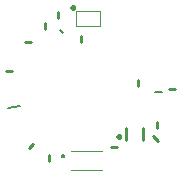
<source format=gto>
%FSTAX23Y23*%
%MOIN*%
%SFA1B1*%

%IPPOS*%
%ADD10C,0.009840*%
%ADD11C,0.007870*%
%ADD12C,0.003940*%
%ADD13C,0.010000*%
%LNlogger_layout_v2_5mil-1*%
%LPD*%
G54D10*
X00407Y00146D02*
D01*
X00407Y00146*
X00407Y00147*
X00407Y00147*
X00407Y00147*
X00407Y00148*
X00407Y00148*
X00406Y00148*
X00406Y00148*
X00406Y00149*
X00406Y00149*
X00406Y00149*
X00405Y0015*
X00405Y0015*
X00405Y0015*
X00405Y0015*
X00404Y0015*
X00404Y0015*
X00404Y00151*
X00403Y00151*
X00403Y00151*
X00403Y00151*
X00402Y00151*
X00402*
X00402Y00151*
X00401Y00151*
X00401Y00151*
X00401Y00151*
X004Y0015*
X004Y0015*
X004Y0015*
X00399Y0015*
X00399Y0015*
X00399Y0015*
X00399Y00149*
X00398Y00149*
X00398Y00149*
X00398Y00148*
X00398Y00148*
X00398Y00148*
X00397Y00148*
X00397Y00147*
X00397Y00147*
X00397Y00147*
X00397Y00146*
X00397Y00146*
X00397Y00146*
X00397Y00145*
X00397Y00145*
X00397Y00145*
X00397Y00144*
X00398Y00144*
X00398Y00144*
X00398Y00143*
X00398Y00143*
X00398Y00143*
X00399Y00142*
X00399Y00142*
X00399Y00142*
X00399Y00142*
X004Y00142*
X004Y00141*
X004Y00141*
X00401Y00141*
X00401Y00141*
X00401Y00141*
X00402Y00141*
X00402Y00141*
X00402*
X00403Y00141*
X00403Y00141*
X00403Y00141*
X00404Y00141*
X00404Y00141*
X00404Y00141*
X00405Y00142*
X00405Y00142*
X00405Y00142*
X00405Y00142*
X00406Y00142*
X00406Y00143*
X00406Y00143*
X00406Y00143*
X00406Y00144*
X00407Y00144*
X00407Y00144*
X00407Y00145*
X00407Y00145*
X00407Y00145*
X00407Y00146*
X00407Y00146*
X00253Y00576D02*
D01*
X00253Y00576*
X00253Y00577*
X00253Y00577*
X00253Y00577*
X00253Y00578*
X00253Y00578*
X00253Y00578*
X00252Y00579*
X00252Y00579*
X00252Y00579*
X00252Y00579*
X00252Y0058*
X00251Y0058*
X00251Y0058*
X00251Y0058*
X0025Y0058*
X0025Y0058*
X0025Y00581*
X0025Y00581*
X00249Y00581*
X00249Y00581*
X00248Y00581*
X00248*
X00248Y00581*
X00247Y00581*
X00247Y00581*
X00247Y00581*
X00246Y0058*
X00246Y0058*
X00246Y0058*
X00246Y0058*
X00245Y0058*
X00245Y0058*
X00245Y00579*
X00245Y00579*
X00244Y00579*
X00244Y00579*
X00244Y00578*
X00244Y00578*
X00244Y00578*
X00244Y00577*
X00244Y00577*
X00243Y00577*
X00243Y00576*
X00243Y00576*
X00243Y00576*
X00243Y00575*
X00244Y00575*
X00244Y00575*
X00244Y00574*
X00244Y00574*
X00244Y00574*
X00244Y00573*
X00244Y00573*
X00245Y00573*
X00245Y00573*
X00245Y00572*
X00245Y00572*
X00246Y00572*
X00246Y00572*
X00246Y00571*
X00246Y00571*
X00247Y00571*
X00247Y00571*
X00247Y00571*
X00248Y00571*
X00248Y00571*
X00248*
X00249Y00571*
X00249Y00571*
X0025Y00571*
X0025Y00571*
X0025Y00571*
X0025Y00571*
X00251Y00572*
X00251Y00572*
X00251Y00572*
X00252Y00572*
X00252Y00573*
X00252Y00573*
X00252Y00573*
X00252Y00573*
X00253Y00574*
X00253Y00574*
X00253Y00574*
X00253Y00575*
X00253Y00575*
X00253Y00575*
X00253Y00576*
X00253Y00576*
G54D11*
X00216Y00076D02*
D01*
X00216Y00076*
X00216Y00076*
X00216Y00076*
X00217Y00076*
X00217Y00077*
X00217Y00077*
X00217Y00077*
X00218Y00077*
X00218Y00077*
X00218Y00077*
X00218Y00077*
X00219Y00078*
X00219Y00078*
X00219Y00078*
X00219Y00078*
X00219Y00079*
X00219Y00079*
X00219Y00079*
X00219Y00079*
X00219Y0008*
X0022Y0008*
X0022Y0008*
Y0008*
X0022Y00081*
X00219Y00081*
X00219Y00081*
X00219Y00081*
X00219Y00082*
X00219Y00082*
X00219Y00082*
X00219Y00082*
X00219Y00083*
X00219Y00083*
X00218Y00083*
X00218Y00083*
X00218Y00083*
X00218Y00084*
X00217Y00084*
X00217Y00084*
X00217Y00084*
X00217Y00084*
X00216Y00084*
X00216Y00084*
X00216Y00084*
X00216*
D01*
X00215Y00084*
X00215Y00084*
X00215Y00084*
X00215Y00084*
X00214Y00084*
X00214Y00084*
X00214Y00084*
X00214Y00084*
X00213Y00083*
X00213Y00083*
X00213Y00083*
X00213Y00083*
X00212Y00083*
X00212Y00082*
X00212Y00082*
X00212Y00082*
X00212Y00082*
X00212Y00081*
X00212Y00081*
X00212Y00081*
X00212Y00081*
X00212Y0008*
Y0008*
X00212Y0008*
X00212Y0008*
X00212Y00079*
X00212Y00079*
X00212Y00079*
X00212Y00079*
X00212Y00078*
X00212Y00078*
X00212Y00078*
X00213Y00078*
X00213Y00077*
X00213Y00077*
X00213Y00077*
X00214Y00077*
X00214Y00077*
X00214Y00077*
X00214Y00077*
X00215Y00076*
X00215Y00076*
X00215Y00076*
X00215Y00076*
X00216Y00076*
X00031Y00241D02*
X00071Y00248D01*
X00523Y00295D02*
X00546D01*
X00205Y00499D02*
X00214Y0049D01*
G54D12*
X00243Y00096D02*
X00346D01*
X00242Y00033D02*
X00347D01*
X0026Y00515D02*
Y00564D01*
Y00515D02*
X00338D01*
X0026Y00565D02*
X00338D01*
X0034Y00515D02*
Y00565D01*
G54D13*
X00424Y00134D02*
Y00173D01*
X00483Y00134D02*
Y00173D01*
X00529Y00175D02*
Y00195D01*
X00169Y00065D02*
Y00085D01*
X0009Y0046D02*
X0011D01*
X00464Y00315D02*
Y00335D01*
X00375Y0011D02*
X00395D01*
X00274Y0046D02*
Y0048D01*
X00102Y00107D02*
X00117Y00122D01*
X00517Y00147D02*
X00532Y00132D01*
X0057Y00305D02*
X0059D01*
X00025Y00364D02*
X00045D01*
X00155Y00505D02*
Y00525D01*
X00199Y0054D02*
Y0056D01*
M02*
</source>
